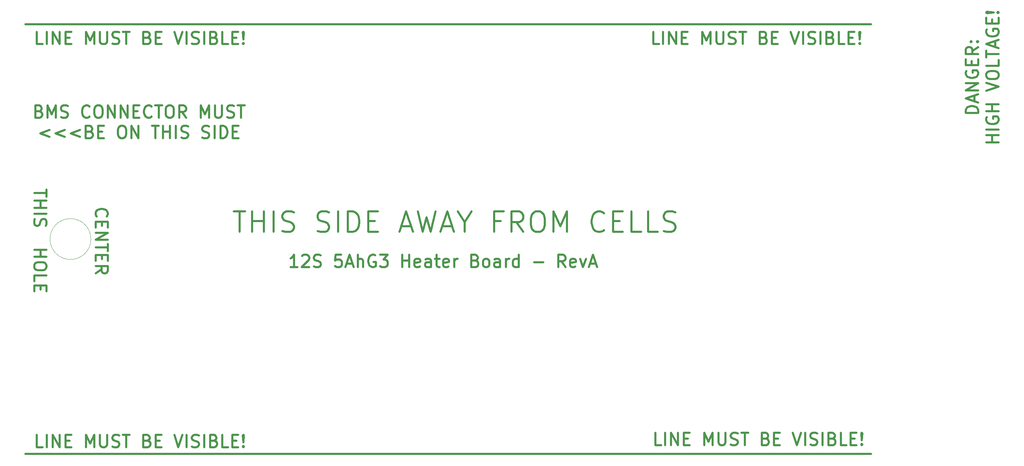
<source format=gto>
%TF.GenerationSoftware,KiCad,Pcbnew,(5.1.9-0-10_14)*%
%TF.CreationDate,2022-11-21T01:50:29-05:00*%
%TF.ProjectId,5AhG3-12S,35416847-332d-4313-9253-2e6b69636164,rev?*%
%TF.SameCoordinates,Original*%
%TF.FileFunction,Legend,Top*%
%TF.FilePolarity,Positive*%
%FSLAX46Y46*%
G04 Gerber Fmt 4.6, Leading zero omitted, Abs format (unit mm)*
G04 Created by KiCad (PCBNEW (5.1.9-0-10_14)) date 2022-11-21 01:50:29*
%MOMM*%
%LPD*%
G01*
G04 APERTURE LIST*
%ADD10C,0.500000*%
%ADD11C,0.120000*%
G04 APERTURE END LIST*
D10*
X306607142Y-105214285D02*
X303607142Y-105214285D01*
X303607142Y-104500000D01*
X303750000Y-104071428D01*
X304035714Y-103785714D01*
X304321428Y-103642857D01*
X304892857Y-103500000D01*
X305321428Y-103500000D01*
X305892857Y-103642857D01*
X306178571Y-103785714D01*
X306464285Y-104071428D01*
X306607142Y-104500000D01*
X306607142Y-105214285D01*
X305750000Y-102357142D02*
X305750000Y-100928571D01*
X306607142Y-102642857D02*
X303607142Y-101642857D01*
X306607142Y-100642857D01*
X306607142Y-99642857D02*
X303607142Y-99642857D01*
X306607142Y-97928571D01*
X303607142Y-97928571D01*
X303750000Y-94928571D02*
X303607142Y-95214285D01*
X303607142Y-95642857D01*
X303750000Y-96071428D01*
X304035714Y-96357142D01*
X304321428Y-96500000D01*
X304892857Y-96642857D01*
X305321428Y-96642857D01*
X305892857Y-96500000D01*
X306178571Y-96357142D01*
X306464285Y-96071428D01*
X306607142Y-95642857D01*
X306607142Y-95357142D01*
X306464285Y-94928571D01*
X306321428Y-94785714D01*
X305321428Y-94785714D01*
X305321428Y-95357142D01*
X305035714Y-93500000D02*
X305035714Y-92500000D01*
X306607142Y-92071428D02*
X306607142Y-93500000D01*
X303607142Y-93500000D01*
X303607142Y-92071428D01*
X306607142Y-89071428D02*
X305178571Y-90071428D01*
X306607142Y-90785714D02*
X303607142Y-90785714D01*
X303607142Y-89642857D01*
X303750000Y-89357142D01*
X303892857Y-89214285D01*
X304178571Y-89071428D01*
X304607142Y-89071428D01*
X304892857Y-89214285D01*
X305035714Y-89357142D01*
X305178571Y-89642857D01*
X305178571Y-90785714D01*
X306321428Y-87785714D02*
X306464285Y-87642857D01*
X306607142Y-87785714D01*
X306464285Y-87928571D01*
X306321428Y-87785714D01*
X306607142Y-87785714D01*
X304750000Y-87785714D02*
X304892857Y-87642857D01*
X305035714Y-87785714D01*
X304892857Y-87928571D01*
X304750000Y-87785714D01*
X305035714Y-87785714D01*
X311607142Y-112357142D02*
X308607142Y-112357142D01*
X310035714Y-112357142D02*
X310035714Y-110642857D01*
X311607142Y-110642857D02*
X308607142Y-110642857D01*
X311607142Y-109214285D02*
X308607142Y-109214285D01*
X308750000Y-106214285D02*
X308607142Y-106500000D01*
X308607142Y-106928571D01*
X308750000Y-107357142D01*
X309035714Y-107642857D01*
X309321428Y-107785714D01*
X309892857Y-107928571D01*
X310321428Y-107928571D01*
X310892857Y-107785714D01*
X311178571Y-107642857D01*
X311464285Y-107357142D01*
X311607142Y-106928571D01*
X311607142Y-106642857D01*
X311464285Y-106214285D01*
X311321428Y-106071428D01*
X310321428Y-106071428D01*
X310321428Y-106642857D01*
X311607142Y-104785714D02*
X308607142Y-104785714D01*
X310035714Y-104785714D02*
X310035714Y-103071428D01*
X311607142Y-103071428D02*
X308607142Y-103071428D01*
X308607142Y-99785714D02*
X311607142Y-98785714D01*
X308607142Y-97785714D01*
X308607142Y-96214285D02*
X308607142Y-95642857D01*
X308750000Y-95357142D01*
X309035714Y-95071428D01*
X309607142Y-94928571D01*
X310607142Y-94928571D01*
X311178571Y-95071428D01*
X311464285Y-95357142D01*
X311607142Y-95642857D01*
X311607142Y-96214285D01*
X311464285Y-96500000D01*
X311178571Y-96785714D01*
X310607142Y-96928571D01*
X309607142Y-96928571D01*
X309035714Y-96785714D01*
X308750000Y-96500000D01*
X308607142Y-96214285D01*
X311607142Y-92214285D02*
X311607142Y-93642857D01*
X308607142Y-93642857D01*
X308607142Y-91642857D02*
X308607142Y-89928571D01*
X311607142Y-90785714D02*
X308607142Y-90785714D01*
X310750000Y-89071428D02*
X310750000Y-87642857D01*
X311607142Y-89357142D02*
X308607142Y-88357142D01*
X311607142Y-87357142D01*
X308750000Y-84785714D02*
X308607142Y-85071428D01*
X308607142Y-85500000D01*
X308750000Y-85928571D01*
X309035714Y-86214285D01*
X309321428Y-86357142D01*
X309892857Y-86500000D01*
X310321428Y-86500000D01*
X310892857Y-86357142D01*
X311178571Y-86214285D01*
X311464285Y-85928571D01*
X311607142Y-85500000D01*
X311607142Y-85214285D01*
X311464285Y-84785714D01*
X311321428Y-84642857D01*
X310321428Y-84642857D01*
X310321428Y-85214285D01*
X310035714Y-83357142D02*
X310035714Y-82357142D01*
X311607142Y-81928571D02*
X311607142Y-83357142D01*
X308607142Y-83357142D01*
X308607142Y-81928571D01*
X311321428Y-80642857D02*
X311464285Y-80500000D01*
X311607142Y-80642857D01*
X311464285Y-80785714D01*
X311321428Y-80642857D01*
X311607142Y-80642857D01*
X310464285Y-80642857D02*
X308750000Y-80785714D01*
X308607142Y-80642857D01*
X308750000Y-80500000D01*
X310464285Y-80642857D01*
X308607142Y-80642857D01*
X124833333Y-129261904D02*
X127690476Y-129261904D01*
X126261904Y-134261904D02*
X126261904Y-129261904D01*
X129357142Y-134261904D02*
X129357142Y-129261904D01*
X129357142Y-131642857D02*
X132214285Y-131642857D01*
X132214285Y-134261904D02*
X132214285Y-129261904D01*
X134595238Y-134261904D02*
X134595238Y-129261904D01*
X136738095Y-134023809D02*
X137452380Y-134261904D01*
X138642857Y-134261904D01*
X139119047Y-134023809D01*
X139357142Y-133785714D01*
X139595238Y-133309523D01*
X139595238Y-132833333D01*
X139357142Y-132357142D01*
X139119047Y-132119047D01*
X138642857Y-131880952D01*
X137690476Y-131642857D01*
X137214285Y-131404761D01*
X136976190Y-131166666D01*
X136738095Y-130690476D01*
X136738095Y-130214285D01*
X136976190Y-129738095D01*
X137214285Y-129500000D01*
X137690476Y-129261904D01*
X138880952Y-129261904D01*
X139595238Y-129500000D01*
X145309523Y-134023809D02*
X146023809Y-134261904D01*
X147214285Y-134261904D01*
X147690476Y-134023809D01*
X147928571Y-133785714D01*
X148166666Y-133309523D01*
X148166666Y-132833333D01*
X147928571Y-132357142D01*
X147690476Y-132119047D01*
X147214285Y-131880952D01*
X146261904Y-131642857D01*
X145785714Y-131404761D01*
X145547619Y-131166666D01*
X145309523Y-130690476D01*
X145309523Y-130214285D01*
X145547619Y-129738095D01*
X145785714Y-129500000D01*
X146261904Y-129261904D01*
X147452380Y-129261904D01*
X148166666Y-129500000D01*
X150309523Y-134261904D02*
X150309523Y-129261904D01*
X152690476Y-134261904D02*
X152690476Y-129261904D01*
X153880952Y-129261904D01*
X154595238Y-129500000D01*
X155071428Y-129976190D01*
X155309523Y-130452380D01*
X155547619Y-131404761D01*
X155547619Y-132119047D01*
X155309523Y-133071428D01*
X155071428Y-133547619D01*
X154595238Y-134023809D01*
X153880952Y-134261904D01*
X152690476Y-134261904D01*
X157690476Y-131642857D02*
X159357142Y-131642857D01*
X160071428Y-134261904D02*
X157690476Y-134261904D01*
X157690476Y-129261904D01*
X160071428Y-129261904D01*
X165785714Y-132833333D02*
X168166666Y-132833333D01*
X165309523Y-134261904D02*
X166976190Y-129261904D01*
X168642857Y-134261904D01*
X169833333Y-129261904D02*
X171023809Y-134261904D01*
X171976190Y-130690476D01*
X172928571Y-134261904D01*
X174119047Y-129261904D01*
X175785714Y-132833333D02*
X178166666Y-132833333D01*
X175309523Y-134261904D02*
X176976190Y-129261904D01*
X178642857Y-134261904D01*
X181261904Y-131880952D02*
X181261904Y-134261904D01*
X179595238Y-129261904D02*
X181261904Y-131880952D01*
X182928571Y-129261904D01*
X190071428Y-131642857D02*
X188404761Y-131642857D01*
X188404761Y-134261904D02*
X188404761Y-129261904D01*
X190785714Y-129261904D01*
X195547619Y-134261904D02*
X193880952Y-131880952D01*
X192690476Y-134261904D02*
X192690476Y-129261904D01*
X194595238Y-129261904D01*
X195071428Y-129500000D01*
X195309523Y-129738095D01*
X195547619Y-130214285D01*
X195547619Y-130928571D01*
X195309523Y-131404761D01*
X195071428Y-131642857D01*
X194595238Y-131880952D01*
X192690476Y-131880952D01*
X198642857Y-129261904D02*
X199595238Y-129261904D01*
X200071428Y-129500000D01*
X200547619Y-129976190D01*
X200785714Y-130928571D01*
X200785714Y-132595238D01*
X200547619Y-133547619D01*
X200071428Y-134023809D01*
X199595238Y-134261904D01*
X198642857Y-134261904D01*
X198166666Y-134023809D01*
X197690476Y-133547619D01*
X197452380Y-132595238D01*
X197452380Y-130928571D01*
X197690476Y-129976190D01*
X198166666Y-129500000D01*
X198642857Y-129261904D01*
X202928571Y-134261904D02*
X202928571Y-129261904D01*
X204595238Y-132833333D01*
X206261904Y-129261904D01*
X206261904Y-134261904D01*
X215309523Y-133785714D02*
X215071428Y-134023809D01*
X214357142Y-134261904D01*
X213880952Y-134261904D01*
X213166666Y-134023809D01*
X212690476Y-133547619D01*
X212452380Y-133071428D01*
X212214285Y-132119047D01*
X212214285Y-131404761D01*
X212452380Y-130452380D01*
X212690476Y-129976190D01*
X213166666Y-129500000D01*
X213880952Y-129261904D01*
X214357142Y-129261904D01*
X215071428Y-129500000D01*
X215309523Y-129738095D01*
X217452380Y-131642857D02*
X219119047Y-131642857D01*
X219833333Y-134261904D02*
X217452380Y-134261904D01*
X217452380Y-129261904D01*
X219833333Y-129261904D01*
X224357142Y-134261904D02*
X221976190Y-134261904D01*
X221976190Y-129261904D01*
X228404761Y-134261904D02*
X226023809Y-134261904D01*
X226023809Y-129261904D01*
X229833333Y-134023809D02*
X230547619Y-134261904D01*
X231738095Y-134261904D01*
X232214285Y-134023809D01*
X232452380Y-133785714D01*
X232690476Y-133309523D01*
X232690476Y-132833333D01*
X232452380Y-132357142D01*
X232214285Y-132119047D01*
X231738095Y-131880952D01*
X230785714Y-131642857D01*
X230309523Y-131404761D01*
X230071428Y-131166666D01*
X229833333Y-130690476D01*
X229833333Y-130214285D01*
X230071428Y-129738095D01*
X230309523Y-129500000D01*
X230785714Y-129261904D01*
X231976190Y-129261904D01*
X232690476Y-129500000D01*
X140428571Y-142857142D02*
X138714285Y-142857142D01*
X139571428Y-142857142D02*
X139571428Y-139857142D01*
X139285714Y-140285714D01*
X139000000Y-140571428D01*
X138714285Y-140714285D01*
X141571428Y-140142857D02*
X141714285Y-140000000D01*
X142000000Y-139857142D01*
X142714285Y-139857142D01*
X143000000Y-140000000D01*
X143142857Y-140142857D01*
X143285714Y-140428571D01*
X143285714Y-140714285D01*
X143142857Y-141142857D01*
X141428571Y-142857142D01*
X143285714Y-142857142D01*
X144428571Y-142714285D02*
X144857142Y-142857142D01*
X145571428Y-142857142D01*
X145857142Y-142714285D01*
X146000000Y-142571428D01*
X146142857Y-142285714D01*
X146142857Y-142000000D01*
X146000000Y-141714285D01*
X145857142Y-141571428D01*
X145571428Y-141428571D01*
X145000000Y-141285714D01*
X144714285Y-141142857D01*
X144571428Y-141000000D01*
X144428571Y-140714285D01*
X144428571Y-140428571D01*
X144571428Y-140142857D01*
X144714285Y-140000000D01*
X145000000Y-139857142D01*
X145714285Y-139857142D01*
X146142857Y-140000000D01*
X151142857Y-139857142D02*
X149714285Y-139857142D01*
X149571428Y-141285714D01*
X149714285Y-141142857D01*
X150000000Y-141000000D01*
X150714285Y-141000000D01*
X151000000Y-141142857D01*
X151142857Y-141285714D01*
X151285714Y-141571428D01*
X151285714Y-142285714D01*
X151142857Y-142571428D01*
X151000000Y-142714285D01*
X150714285Y-142857142D01*
X150000000Y-142857142D01*
X149714285Y-142714285D01*
X149571428Y-142571428D01*
X152428571Y-142000000D02*
X153857142Y-142000000D01*
X152142857Y-142857142D02*
X153142857Y-139857142D01*
X154142857Y-142857142D01*
X155142857Y-142857142D02*
X155142857Y-139857142D01*
X156428571Y-142857142D02*
X156428571Y-141285714D01*
X156285714Y-141000000D01*
X156000000Y-140857142D01*
X155571428Y-140857142D01*
X155285714Y-141000000D01*
X155142857Y-141142857D01*
X159428571Y-140000000D02*
X159142857Y-139857142D01*
X158714285Y-139857142D01*
X158285714Y-140000000D01*
X158000000Y-140285714D01*
X157857142Y-140571428D01*
X157714285Y-141142857D01*
X157714285Y-141571428D01*
X157857142Y-142142857D01*
X158000000Y-142428571D01*
X158285714Y-142714285D01*
X158714285Y-142857142D01*
X159000000Y-142857142D01*
X159428571Y-142714285D01*
X159571428Y-142571428D01*
X159571428Y-141571428D01*
X159000000Y-141571428D01*
X160571428Y-139857142D02*
X162428571Y-139857142D01*
X161428571Y-141000000D01*
X161857142Y-141000000D01*
X162142857Y-141142857D01*
X162285714Y-141285714D01*
X162428571Y-141571428D01*
X162428571Y-142285714D01*
X162285714Y-142571428D01*
X162142857Y-142714285D01*
X161857142Y-142857142D01*
X161000000Y-142857142D01*
X160714285Y-142714285D01*
X160571428Y-142571428D01*
X166000000Y-142857142D02*
X166000000Y-139857142D01*
X166000000Y-141285714D02*
X167714285Y-141285714D01*
X167714285Y-142857142D02*
X167714285Y-139857142D01*
X170285714Y-142714285D02*
X170000000Y-142857142D01*
X169428571Y-142857142D01*
X169142857Y-142714285D01*
X169000000Y-142428571D01*
X169000000Y-141285714D01*
X169142857Y-141000000D01*
X169428571Y-140857142D01*
X170000000Y-140857142D01*
X170285714Y-141000000D01*
X170428571Y-141285714D01*
X170428571Y-141571428D01*
X169000000Y-141857142D01*
X173000000Y-142857142D02*
X173000000Y-141285714D01*
X172857142Y-141000000D01*
X172571428Y-140857142D01*
X172000000Y-140857142D01*
X171714285Y-141000000D01*
X173000000Y-142714285D02*
X172714285Y-142857142D01*
X172000000Y-142857142D01*
X171714285Y-142714285D01*
X171571428Y-142428571D01*
X171571428Y-142142857D01*
X171714285Y-141857142D01*
X172000000Y-141714285D01*
X172714285Y-141714285D01*
X173000000Y-141571428D01*
X174000000Y-140857142D02*
X175142857Y-140857142D01*
X174428571Y-139857142D02*
X174428571Y-142428571D01*
X174571428Y-142714285D01*
X174857142Y-142857142D01*
X175142857Y-142857142D01*
X177285714Y-142714285D02*
X177000000Y-142857142D01*
X176428571Y-142857142D01*
X176142857Y-142714285D01*
X176000000Y-142428571D01*
X176000000Y-141285714D01*
X176142857Y-141000000D01*
X176428571Y-140857142D01*
X177000000Y-140857142D01*
X177285714Y-141000000D01*
X177428571Y-141285714D01*
X177428571Y-141571428D01*
X176000000Y-141857142D01*
X178714285Y-142857142D02*
X178714285Y-140857142D01*
X178714285Y-141428571D02*
X178857142Y-141142857D01*
X179000000Y-141000000D01*
X179285714Y-140857142D01*
X179571428Y-140857142D01*
X183857142Y-141285714D02*
X184285714Y-141428571D01*
X184428571Y-141571428D01*
X184571428Y-141857142D01*
X184571428Y-142285714D01*
X184428571Y-142571428D01*
X184285714Y-142714285D01*
X184000000Y-142857142D01*
X182857142Y-142857142D01*
X182857142Y-139857142D01*
X183857142Y-139857142D01*
X184142857Y-140000000D01*
X184285714Y-140142857D01*
X184428571Y-140428571D01*
X184428571Y-140714285D01*
X184285714Y-141000000D01*
X184142857Y-141142857D01*
X183857142Y-141285714D01*
X182857142Y-141285714D01*
X186285714Y-142857142D02*
X186000000Y-142714285D01*
X185857142Y-142571428D01*
X185714285Y-142285714D01*
X185714285Y-141428571D01*
X185857142Y-141142857D01*
X186000000Y-141000000D01*
X186285714Y-140857142D01*
X186714285Y-140857142D01*
X187000000Y-141000000D01*
X187142857Y-141142857D01*
X187285714Y-141428571D01*
X187285714Y-142285714D01*
X187142857Y-142571428D01*
X187000000Y-142714285D01*
X186714285Y-142857142D01*
X186285714Y-142857142D01*
X189857142Y-142857142D02*
X189857142Y-141285714D01*
X189714285Y-141000000D01*
X189428571Y-140857142D01*
X188857142Y-140857142D01*
X188571428Y-141000000D01*
X189857142Y-142714285D02*
X189571428Y-142857142D01*
X188857142Y-142857142D01*
X188571428Y-142714285D01*
X188428571Y-142428571D01*
X188428571Y-142142857D01*
X188571428Y-141857142D01*
X188857142Y-141714285D01*
X189571428Y-141714285D01*
X189857142Y-141571428D01*
X191285714Y-142857142D02*
X191285714Y-140857142D01*
X191285714Y-141428571D02*
X191428571Y-141142857D01*
X191571428Y-141000000D01*
X191857142Y-140857142D01*
X192142857Y-140857142D01*
X194428571Y-142857142D02*
X194428571Y-139857142D01*
X194428571Y-142714285D02*
X194142857Y-142857142D01*
X193571428Y-142857142D01*
X193285714Y-142714285D01*
X193142857Y-142571428D01*
X193000000Y-142285714D01*
X193000000Y-141428571D01*
X193142857Y-141142857D01*
X193285714Y-141000000D01*
X193571428Y-140857142D01*
X194142857Y-140857142D01*
X194428571Y-141000000D01*
X198142857Y-141714285D02*
X200428571Y-141714285D01*
X205857142Y-142857142D02*
X204857142Y-141428571D01*
X204142857Y-142857142D02*
X204142857Y-139857142D01*
X205285714Y-139857142D01*
X205571428Y-140000000D01*
X205714285Y-140142857D01*
X205857142Y-140428571D01*
X205857142Y-140857142D01*
X205714285Y-141142857D01*
X205571428Y-141285714D01*
X205285714Y-141428571D01*
X204142857Y-141428571D01*
X208285714Y-142714285D02*
X208000000Y-142857142D01*
X207428571Y-142857142D01*
X207142857Y-142714285D01*
X207000000Y-142428571D01*
X207000000Y-141285714D01*
X207142857Y-141000000D01*
X207428571Y-140857142D01*
X208000000Y-140857142D01*
X208285714Y-141000000D01*
X208428571Y-141285714D01*
X208428571Y-141571428D01*
X207000000Y-141857142D01*
X209428571Y-140857142D02*
X210142857Y-142857142D01*
X210857142Y-140857142D01*
X211857142Y-142000000D02*
X213285714Y-142000000D01*
X211571428Y-142857142D02*
X212571428Y-139857142D01*
X213571428Y-142857142D01*
X77392857Y-104785714D02*
X77821428Y-104928571D01*
X77964285Y-105071428D01*
X78107142Y-105357142D01*
X78107142Y-105785714D01*
X77964285Y-106071428D01*
X77821428Y-106214285D01*
X77535714Y-106357142D01*
X76392857Y-106357142D01*
X76392857Y-103357142D01*
X77392857Y-103357142D01*
X77678571Y-103500000D01*
X77821428Y-103642857D01*
X77964285Y-103928571D01*
X77964285Y-104214285D01*
X77821428Y-104500000D01*
X77678571Y-104642857D01*
X77392857Y-104785714D01*
X76392857Y-104785714D01*
X79392857Y-106357142D02*
X79392857Y-103357142D01*
X80392857Y-105500000D01*
X81392857Y-103357142D01*
X81392857Y-106357142D01*
X82678571Y-106214285D02*
X83107142Y-106357142D01*
X83821428Y-106357142D01*
X84107142Y-106214285D01*
X84250000Y-106071428D01*
X84392857Y-105785714D01*
X84392857Y-105500000D01*
X84250000Y-105214285D01*
X84107142Y-105071428D01*
X83821428Y-104928571D01*
X83250000Y-104785714D01*
X82964285Y-104642857D01*
X82821428Y-104500000D01*
X82678571Y-104214285D01*
X82678571Y-103928571D01*
X82821428Y-103642857D01*
X82964285Y-103500000D01*
X83250000Y-103357142D01*
X83964285Y-103357142D01*
X84392857Y-103500000D01*
X89678571Y-106071428D02*
X89535714Y-106214285D01*
X89107142Y-106357142D01*
X88821428Y-106357142D01*
X88392857Y-106214285D01*
X88107142Y-105928571D01*
X87964285Y-105642857D01*
X87821428Y-105071428D01*
X87821428Y-104642857D01*
X87964285Y-104071428D01*
X88107142Y-103785714D01*
X88392857Y-103500000D01*
X88821428Y-103357142D01*
X89107142Y-103357142D01*
X89535714Y-103500000D01*
X89678571Y-103642857D01*
X91535714Y-103357142D02*
X92107142Y-103357142D01*
X92392857Y-103500000D01*
X92678571Y-103785714D01*
X92821428Y-104357142D01*
X92821428Y-105357142D01*
X92678571Y-105928571D01*
X92392857Y-106214285D01*
X92107142Y-106357142D01*
X91535714Y-106357142D01*
X91250000Y-106214285D01*
X90964285Y-105928571D01*
X90821428Y-105357142D01*
X90821428Y-104357142D01*
X90964285Y-103785714D01*
X91250000Y-103500000D01*
X91535714Y-103357142D01*
X94107142Y-106357142D02*
X94107142Y-103357142D01*
X95821428Y-106357142D01*
X95821428Y-103357142D01*
X97250000Y-106357142D02*
X97250000Y-103357142D01*
X98964285Y-106357142D01*
X98964285Y-103357142D01*
X100392857Y-104785714D02*
X101392857Y-104785714D01*
X101821428Y-106357142D02*
X100392857Y-106357142D01*
X100392857Y-103357142D01*
X101821428Y-103357142D01*
X104821428Y-106071428D02*
X104678571Y-106214285D01*
X104250000Y-106357142D01*
X103964285Y-106357142D01*
X103535714Y-106214285D01*
X103250000Y-105928571D01*
X103107142Y-105642857D01*
X102964285Y-105071428D01*
X102964285Y-104642857D01*
X103107142Y-104071428D01*
X103250000Y-103785714D01*
X103535714Y-103500000D01*
X103964285Y-103357142D01*
X104250000Y-103357142D01*
X104678571Y-103500000D01*
X104821428Y-103642857D01*
X105678571Y-103357142D02*
X107392857Y-103357142D01*
X106535714Y-106357142D02*
X106535714Y-103357142D01*
X108964285Y-103357142D02*
X109535714Y-103357142D01*
X109821428Y-103500000D01*
X110107142Y-103785714D01*
X110250000Y-104357142D01*
X110250000Y-105357142D01*
X110107142Y-105928571D01*
X109821428Y-106214285D01*
X109535714Y-106357142D01*
X108964285Y-106357142D01*
X108678571Y-106214285D01*
X108392857Y-105928571D01*
X108250000Y-105357142D01*
X108250000Y-104357142D01*
X108392857Y-103785714D01*
X108678571Y-103500000D01*
X108964285Y-103357142D01*
X113250000Y-106357142D02*
X112250000Y-104928571D01*
X111535714Y-106357142D02*
X111535714Y-103357142D01*
X112678571Y-103357142D01*
X112964285Y-103500000D01*
X113107142Y-103642857D01*
X113250000Y-103928571D01*
X113250000Y-104357142D01*
X113107142Y-104642857D01*
X112964285Y-104785714D01*
X112678571Y-104928571D01*
X111535714Y-104928571D01*
X116821428Y-106357142D02*
X116821428Y-103357142D01*
X117821428Y-105500000D01*
X118821428Y-103357142D01*
X118821428Y-106357142D01*
X120250000Y-103357142D02*
X120250000Y-105785714D01*
X120392857Y-106071428D01*
X120535714Y-106214285D01*
X120821428Y-106357142D01*
X121392857Y-106357142D01*
X121678571Y-106214285D01*
X121821428Y-106071428D01*
X121964285Y-105785714D01*
X121964285Y-103357142D01*
X123250000Y-106214285D02*
X123678571Y-106357142D01*
X124392857Y-106357142D01*
X124678571Y-106214285D01*
X124821428Y-106071428D01*
X124964285Y-105785714D01*
X124964285Y-105500000D01*
X124821428Y-105214285D01*
X124678571Y-105071428D01*
X124392857Y-104928571D01*
X123821428Y-104785714D01*
X123535714Y-104642857D01*
X123392857Y-104500000D01*
X123250000Y-104214285D01*
X123250000Y-103928571D01*
X123392857Y-103642857D01*
X123535714Y-103500000D01*
X123821428Y-103357142D01*
X124535714Y-103357142D01*
X124964285Y-103500000D01*
X125821428Y-103357142D02*
X127535714Y-103357142D01*
X126678571Y-106357142D02*
X126678571Y-103357142D01*
X79892857Y-109357142D02*
X77607142Y-110214285D01*
X79892857Y-111071428D01*
X83607142Y-109357142D02*
X81321428Y-110214285D01*
X83607142Y-111071428D01*
X87321428Y-109357142D02*
X85035714Y-110214285D01*
X87321428Y-111071428D01*
X89750000Y-109785714D02*
X90178571Y-109928571D01*
X90321428Y-110071428D01*
X90464285Y-110357142D01*
X90464285Y-110785714D01*
X90321428Y-111071428D01*
X90178571Y-111214285D01*
X89892857Y-111357142D01*
X88750000Y-111357142D01*
X88750000Y-108357142D01*
X89750000Y-108357142D01*
X90035714Y-108500000D01*
X90178571Y-108642857D01*
X90321428Y-108928571D01*
X90321428Y-109214285D01*
X90178571Y-109500000D01*
X90035714Y-109642857D01*
X89750000Y-109785714D01*
X88750000Y-109785714D01*
X91750000Y-109785714D02*
X92750000Y-109785714D01*
X93178571Y-111357142D02*
X91750000Y-111357142D01*
X91750000Y-108357142D01*
X93178571Y-108357142D01*
X97321428Y-108357142D02*
X97892857Y-108357142D01*
X98178571Y-108500000D01*
X98464285Y-108785714D01*
X98607142Y-109357142D01*
X98607142Y-110357142D01*
X98464285Y-110928571D01*
X98178571Y-111214285D01*
X97892857Y-111357142D01*
X97321428Y-111357142D01*
X97035714Y-111214285D01*
X96750000Y-110928571D01*
X96607142Y-110357142D01*
X96607142Y-109357142D01*
X96750000Y-108785714D01*
X97035714Y-108500000D01*
X97321428Y-108357142D01*
X99892857Y-111357142D02*
X99892857Y-108357142D01*
X101607142Y-111357142D01*
X101607142Y-108357142D01*
X104892857Y-108357142D02*
X106607142Y-108357142D01*
X105750000Y-111357142D02*
X105750000Y-108357142D01*
X107607142Y-111357142D02*
X107607142Y-108357142D01*
X107607142Y-109785714D02*
X109321428Y-109785714D01*
X109321428Y-111357142D02*
X109321428Y-108357142D01*
X110750000Y-111357142D02*
X110750000Y-108357142D01*
X112035714Y-111214285D02*
X112464285Y-111357142D01*
X113178571Y-111357142D01*
X113464285Y-111214285D01*
X113607142Y-111071428D01*
X113750000Y-110785714D01*
X113750000Y-110500000D01*
X113607142Y-110214285D01*
X113464285Y-110071428D01*
X113178571Y-109928571D01*
X112607142Y-109785714D01*
X112321428Y-109642857D01*
X112178571Y-109500000D01*
X112035714Y-109214285D01*
X112035714Y-108928571D01*
X112178571Y-108642857D01*
X112321428Y-108500000D01*
X112607142Y-108357142D01*
X113321428Y-108357142D01*
X113750000Y-108500000D01*
X117178571Y-111214285D02*
X117607142Y-111357142D01*
X118321428Y-111357142D01*
X118607142Y-111214285D01*
X118750000Y-111071428D01*
X118892857Y-110785714D01*
X118892857Y-110500000D01*
X118750000Y-110214285D01*
X118607142Y-110071428D01*
X118321428Y-109928571D01*
X117750000Y-109785714D01*
X117464285Y-109642857D01*
X117321428Y-109500000D01*
X117178571Y-109214285D01*
X117178571Y-108928571D01*
X117321428Y-108642857D01*
X117464285Y-108500000D01*
X117750000Y-108357142D01*
X118464285Y-108357142D01*
X118892857Y-108500000D01*
X120178571Y-111357142D02*
X120178571Y-108357142D01*
X121607142Y-111357142D02*
X121607142Y-108357142D01*
X122321428Y-108357142D01*
X122750000Y-108500000D01*
X123035714Y-108785714D01*
X123178571Y-109071428D01*
X123321428Y-109642857D01*
X123321428Y-110071428D01*
X123178571Y-110642857D01*
X123035714Y-110928571D01*
X122750000Y-111214285D01*
X122321428Y-111357142D01*
X121607142Y-111357142D01*
X124607142Y-109785714D02*
X125607142Y-109785714D01*
X126035714Y-111357142D02*
X124607142Y-111357142D01*
X124607142Y-108357142D01*
X126035714Y-108357142D01*
X78214285Y-186857142D02*
X76785714Y-186857142D01*
X76785714Y-183857142D01*
X79214285Y-186857142D02*
X79214285Y-183857142D01*
X80642857Y-186857142D02*
X80642857Y-183857142D01*
X82357142Y-186857142D01*
X82357142Y-183857142D01*
X83785714Y-185285714D02*
X84785714Y-185285714D01*
X85214285Y-186857142D02*
X83785714Y-186857142D01*
X83785714Y-183857142D01*
X85214285Y-183857142D01*
X88785714Y-186857142D02*
X88785714Y-183857142D01*
X89785714Y-186000000D01*
X90785714Y-183857142D01*
X90785714Y-186857142D01*
X92214285Y-183857142D02*
X92214285Y-186285714D01*
X92357142Y-186571428D01*
X92500000Y-186714285D01*
X92785714Y-186857142D01*
X93357142Y-186857142D01*
X93642857Y-186714285D01*
X93785714Y-186571428D01*
X93928571Y-186285714D01*
X93928571Y-183857142D01*
X95214285Y-186714285D02*
X95642857Y-186857142D01*
X96357142Y-186857142D01*
X96642857Y-186714285D01*
X96785714Y-186571428D01*
X96928571Y-186285714D01*
X96928571Y-186000000D01*
X96785714Y-185714285D01*
X96642857Y-185571428D01*
X96357142Y-185428571D01*
X95785714Y-185285714D01*
X95500000Y-185142857D01*
X95357142Y-185000000D01*
X95214285Y-184714285D01*
X95214285Y-184428571D01*
X95357142Y-184142857D01*
X95500000Y-184000000D01*
X95785714Y-183857142D01*
X96500000Y-183857142D01*
X96928571Y-184000000D01*
X97785714Y-183857142D02*
X99500000Y-183857142D01*
X98642857Y-186857142D02*
X98642857Y-183857142D01*
X103785714Y-185285714D02*
X104214285Y-185428571D01*
X104357142Y-185571428D01*
X104500000Y-185857142D01*
X104500000Y-186285714D01*
X104357142Y-186571428D01*
X104214285Y-186714285D01*
X103928571Y-186857142D01*
X102785714Y-186857142D01*
X102785714Y-183857142D01*
X103785714Y-183857142D01*
X104071428Y-184000000D01*
X104214285Y-184142857D01*
X104357142Y-184428571D01*
X104357142Y-184714285D01*
X104214285Y-185000000D01*
X104071428Y-185142857D01*
X103785714Y-185285714D01*
X102785714Y-185285714D01*
X105785714Y-185285714D02*
X106785714Y-185285714D01*
X107214285Y-186857142D02*
X105785714Y-186857142D01*
X105785714Y-183857142D01*
X107214285Y-183857142D01*
X110357142Y-183857142D02*
X111357142Y-186857142D01*
X112357142Y-183857142D01*
X113357142Y-186857142D02*
X113357142Y-183857142D01*
X114642857Y-186714285D02*
X115071428Y-186857142D01*
X115785714Y-186857142D01*
X116071428Y-186714285D01*
X116214285Y-186571428D01*
X116357142Y-186285714D01*
X116357142Y-186000000D01*
X116214285Y-185714285D01*
X116071428Y-185571428D01*
X115785714Y-185428571D01*
X115214285Y-185285714D01*
X114928571Y-185142857D01*
X114785714Y-185000000D01*
X114642857Y-184714285D01*
X114642857Y-184428571D01*
X114785714Y-184142857D01*
X114928571Y-184000000D01*
X115214285Y-183857142D01*
X115928571Y-183857142D01*
X116357142Y-184000000D01*
X117642857Y-186857142D02*
X117642857Y-183857142D01*
X120071428Y-185285714D02*
X120500000Y-185428571D01*
X120642857Y-185571428D01*
X120785714Y-185857142D01*
X120785714Y-186285714D01*
X120642857Y-186571428D01*
X120500000Y-186714285D01*
X120214285Y-186857142D01*
X119071428Y-186857142D01*
X119071428Y-183857142D01*
X120071428Y-183857142D01*
X120357142Y-184000000D01*
X120500000Y-184142857D01*
X120642857Y-184428571D01*
X120642857Y-184714285D01*
X120500000Y-185000000D01*
X120357142Y-185142857D01*
X120071428Y-185285714D01*
X119071428Y-185285714D01*
X123500000Y-186857142D02*
X122071428Y-186857142D01*
X122071428Y-183857142D01*
X124500000Y-185285714D02*
X125500000Y-185285714D01*
X125928571Y-186857142D02*
X124500000Y-186857142D01*
X124500000Y-183857142D01*
X125928571Y-183857142D01*
X127214285Y-186571428D02*
X127357142Y-186714285D01*
X127214285Y-186857142D01*
X127071428Y-186714285D01*
X127214285Y-186571428D01*
X127214285Y-186857142D01*
X127214285Y-185714285D02*
X127071428Y-184000000D01*
X127214285Y-183857142D01*
X127357142Y-184000000D01*
X127214285Y-185714285D01*
X127214285Y-183857142D01*
X229214285Y-186357142D02*
X227785714Y-186357142D01*
X227785714Y-183357142D01*
X230214285Y-186357142D02*
X230214285Y-183357142D01*
X231642857Y-186357142D02*
X231642857Y-183357142D01*
X233357142Y-186357142D01*
X233357142Y-183357142D01*
X234785714Y-184785714D02*
X235785714Y-184785714D01*
X236214285Y-186357142D02*
X234785714Y-186357142D01*
X234785714Y-183357142D01*
X236214285Y-183357142D01*
X239785714Y-186357142D02*
X239785714Y-183357142D01*
X240785714Y-185500000D01*
X241785714Y-183357142D01*
X241785714Y-186357142D01*
X243214285Y-183357142D02*
X243214285Y-185785714D01*
X243357142Y-186071428D01*
X243500000Y-186214285D01*
X243785714Y-186357142D01*
X244357142Y-186357142D01*
X244642857Y-186214285D01*
X244785714Y-186071428D01*
X244928571Y-185785714D01*
X244928571Y-183357142D01*
X246214285Y-186214285D02*
X246642857Y-186357142D01*
X247357142Y-186357142D01*
X247642857Y-186214285D01*
X247785714Y-186071428D01*
X247928571Y-185785714D01*
X247928571Y-185500000D01*
X247785714Y-185214285D01*
X247642857Y-185071428D01*
X247357142Y-184928571D01*
X246785714Y-184785714D01*
X246500000Y-184642857D01*
X246357142Y-184500000D01*
X246214285Y-184214285D01*
X246214285Y-183928571D01*
X246357142Y-183642857D01*
X246500000Y-183500000D01*
X246785714Y-183357142D01*
X247500000Y-183357142D01*
X247928571Y-183500000D01*
X248785714Y-183357142D02*
X250500000Y-183357142D01*
X249642857Y-186357142D02*
X249642857Y-183357142D01*
X254785714Y-184785714D02*
X255214285Y-184928571D01*
X255357142Y-185071428D01*
X255500000Y-185357142D01*
X255500000Y-185785714D01*
X255357142Y-186071428D01*
X255214285Y-186214285D01*
X254928571Y-186357142D01*
X253785714Y-186357142D01*
X253785714Y-183357142D01*
X254785714Y-183357142D01*
X255071428Y-183500000D01*
X255214285Y-183642857D01*
X255357142Y-183928571D01*
X255357142Y-184214285D01*
X255214285Y-184500000D01*
X255071428Y-184642857D01*
X254785714Y-184785714D01*
X253785714Y-184785714D01*
X256785714Y-184785714D02*
X257785714Y-184785714D01*
X258214285Y-186357142D02*
X256785714Y-186357142D01*
X256785714Y-183357142D01*
X258214285Y-183357142D01*
X261357142Y-183357142D02*
X262357142Y-186357142D01*
X263357142Y-183357142D01*
X264357142Y-186357142D02*
X264357142Y-183357142D01*
X265642857Y-186214285D02*
X266071428Y-186357142D01*
X266785714Y-186357142D01*
X267071428Y-186214285D01*
X267214285Y-186071428D01*
X267357142Y-185785714D01*
X267357142Y-185500000D01*
X267214285Y-185214285D01*
X267071428Y-185071428D01*
X266785714Y-184928571D01*
X266214285Y-184785714D01*
X265928571Y-184642857D01*
X265785714Y-184500000D01*
X265642857Y-184214285D01*
X265642857Y-183928571D01*
X265785714Y-183642857D01*
X265928571Y-183500000D01*
X266214285Y-183357142D01*
X266928571Y-183357142D01*
X267357142Y-183500000D01*
X268642857Y-186357142D02*
X268642857Y-183357142D01*
X271071428Y-184785714D02*
X271500000Y-184928571D01*
X271642857Y-185071428D01*
X271785714Y-185357142D01*
X271785714Y-185785714D01*
X271642857Y-186071428D01*
X271500000Y-186214285D01*
X271214285Y-186357142D01*
X270071428Y-186357142D01*
X270071428Y-183357142D01*
X271071428Y-183357142D01*
X271357142Y-183500000D01*
X271500000Y-183642857D01*
X271642857Y-183928571D01*
X271642857Y-184214285D01*
X271500000Y-184500000D01*
X271357142Y-184642857D01*
X271071428Y-184785714D01*
X270071428Y-184785714D01*
X274500000Y-186357142D02*
X273071428Y-186357142D01*
X273071428Y-183357142D01*
X275500000Y-184785714D02*
X276500000Y-184785714D01*
X276928571Y-186357142D02*
X275500000Y-186357142D01*
X275500000Y-183357142D01*
X276928571Y-183357142D01*
X278214285Y-186071428D02*
X278357142Y-186214285D01*
X278214285Y-186357142D01*
X278071428Y-186214285D01*
X278214285Y-186071428D01*
X278214285Y-186357142D01*
X278214285Y-185214285D02*
X278071428Y-183500000D01*
X278214285Y-183357142D01*
X278357142Y-183500000D01*
X278214285Y-185214285D01*
X278214285Y-183357142D01*
X228714285Y-88357142D02*
X227285714Y-88357142D01*
X227285714Y-85357142D01*
X229714285Y-88357142D02*
X229714285Y-85357142D01*
X231142857Y-88357142D02*
X231142857Y-85357142D01*
X232857142Y-88357142D01*
X232857142Y-85357142D01*
X234285714Y-86785714D02*
X235285714Y-86785714D01*
X235714285Y-88357142D02*
X234285714Y-88357142D01*
X234285714Y-85357142D01*
X235714285Y-85357142D01*
X239285714Y-88357142D02*
X239285714Y-85357142D01*
X240285714Y-87500000D01*
X241285714Y-85357142D01*
X241285714Y-88357142D01*
X242714285Y-85357142D02*
X242714285Y-87785714D01*
X242857142Y-88071428D01*
X243000000Y-88214285D01*
X243285714Y-88357142D01*
X243857142Y-88357142D01*
X244142857Y-88214285D01*
X244285714Y-88071428D01*
X244428571Y-87785714D01*
X244428571Y-85357142D01*
X245714285Y-88214285D02*
X246142857Y-88357142D01*
X246857142Y-88357142D01*
X247142857Y-88214285D01*
X247285714Y-88071428D01*
X247428571Y-87785714D01*
X247428571Y-87500000D01*
X247285714Y-87214285D01*
X247142857Y-87071428D01*
X246857142Y-86928571D01*
X246285714Y-86785714D01*
X246000000Y-86642857D01*
X245857142Y-86500000D01*
X245714285Y-86214285D01*
X245714285Y-85928571D01*
X245857142Y-85642857D01*
X246000000Y-85500000D01*
X246285714Y-85357142D01*
X247000000Y-85357142D01*
X247428571Y-85500000D01*
X248285714Y-85357142D02*
X250000000Y-85357142D01*
X249142857Y-88357142D02*
X249142857Y-85357142D01*
X254285714Y-86785714D02*
X254714285Y-86928571D01*
X254857142Y-87071428D01*
X255000000Y-87357142D01*
X255000000Y-87785714D01*
X254857142Y-88071428D01*
X254714285Y-88214285D01*
X254428571Y-88357142D01*
X253285714Y-88357142D01*
X253285714Y-85357142D01*
X254285714Y-85357142D01*
X254571428Y-85500000D01*
X254714285Y-85642857D01*
X254857142Y-85928571D01*
X254857142Y-86214285D01*
X254714285Y-86500000D01*
X254571428Y-86642857D01*
X254285714Y-86785714D01*
X253285714Y-86785714D01*
X256285714Y-86785714D02*
X257285714Y-86785714D01*
X257714285Y-88357142D02*
X256285714Y-88357142D01*
X256285714Y-85357142D01*
X257714285Y-85357142D01*
X260857142Y-85357142D02*
X261857142Y-88357142D01*
X262857142Y-85357142D01*
X263857142Y-88357142D02*
X263857142Y-85357142D01*
X265142857Y-88214285D02*
X265571428Y-88357142D01*
X266285714Y-88357142D01*
X266571428Y-88214285D01*
X266714285Y-88071428D01*
X266857142Y-87785714D01*
X266857142Y-87500000D01*
X266714285Y-87214285D01*
X266571428Y-87071428D01*
X266285714Y-86928571D01*
X265714285Y-86785714D01*
X265428571Y-86642857D01*
X265285714Y-86500000D01*
X265142857Y-86214285D01*
X265142857Y-85928571D01*
X265285714Y-85642857D01*
X265428571Y-85500000D01*
X265714285Y-85357142D01*
X266428571Y-85357142D01*
X266857142Y-85500000D01*
X268142857Y-88357142D02*
X268142857Y-85357142D01*
X270571428Y-86785714D02*
X271000000Y-86928571D01*
X271142857Y-87071428D01*
X271285714Y-87357142D01*
X271285714Y-87785714D01*
X271142857Y-88071428D01*
X271000000Y-88214285D01*
X270714285Y-88357142D01*
X269571428Y-88357142D01*
X269571428Y-85357142D01*
X270571428Y-85357142D01*
X270857142Y-85500000D01*
X271000000Y-85642857D01*
X271142857Y-85928571D01*
X271142857Y-86214285D01*
X271000000Y-86500000D01*
X270857142Y-86642857D01*
X270571428Y-86785714D01*
X269571428Y-86785714D01*
X274000000Y-88357142D02*
X272571428Y-88357142D01*
X272571428Y-85357142D01*
X275000000Y-86785714D02*
X276000000Y-86785714D01*
X276428571Y-88357142D02*
X275000000Y-88357142D01*
X275000000Y-85357142D01*
X276428571Y-85357142D01*
X277714285Y-88071428D02*
X277857142Y-88214285D01*
X277714285Y-88357142D01*
X277571428Y-88214285D01*
X277714285Y-88071428D01*
X277714285Y-88357142D01*
X277714285Y-87214285D02*
X277571428Y-85500000D01*
X277714285Y-85357142D01*
X277857142Y-85500000D01*
X277714285Y-87214285D01*
X277714285Y-85357142D01*
X78214285Y-88357142D02*
X76785714Y-88357142D01*
X76785714Y-85357142D01*
X79214285Y-88357142D02*
X79214285Y-85357142D01*
X80642857Y-88357142D02*
X80642857Y-85357142D01*
X82357142Y-88357142D01*
X82357142Y-85357142D01*
X83785714Y-86785714D02*
X84785714Y-86785714D01*
X85214285Y-88357142D02*
X83785714Y-88357142D01*
X83785714Y-85357142D01*
X85214285Y-85357142D01*
X88785714Y-88357142D02*
X88785714Y-85357142D01*
X89785714Y-87500000D01*
X90785714Y-85357142D01*
X90785714Y-88357142D01*
X92214285Y-85357142D02*
X92214285Y-87785714D01*
X92357142Y-88071428D01*
X92500000Y-88214285D01*
X92785714Y-88357142D01*
X93357142Y-88357142D01*
X93642857Y-88214285D01*
X93785714Y-88071428D01*
X93928571Y-87785714D01*
X93928571Y-85357142D01*
X95214285Y-88214285D02*
X95642857Y-88357142D01*
X96357142Y-88357142D01*
X96642857Y-88214285D01*
X96785714Y-88071428D01*
X96928571Y-87785714D01*
X96928571Y-87500000D01*
X96785714Y-87214285D01*
X96642857Y-87071428D01*
X96357142Y-86928571D01*
X95785714Y-86785714D01*
X95500000Y-86642857D01*
X95357142Y-86500000D01*
X95214285Y-86214285D01*
X95214285Y-85928571D01*
X95357142Y-85642857D01*
X95500000Y-85500000D01*
X95785714Y-85357142D01*
X96500000Y-85357142D01*
X96928571Y-85500000D01*
X97785714Y-85357142D02*
X99500000Y-85357142D01*
X98642857Y-88357142D02*
X98642857Y-85357142D01*
X103785714Y-86785714D02*
X104214285Y-86928571D01*
X104357142Y-87071428D01*
X104500000Y-87357142D01*
X104500000Y-87785714D01*
X104357142Y-88071428D01*
X104214285Y-88214285D01*
X103928571Y-88357142D01*
X102785714Y-88357142D01*
X102785714Y-85357142D01*
X103785714Y-85357142D01*
X104071428Y-85500000D01*
X104214285Y-85642857D01*
X104357142Y-85928571D01*
X104357142Y-86214285D01*
X104214285Y-86500000D01*
X104071428Y-86642857D01*
X103785714Y-86785714D01*
X102785714Y-86785714D01*
X105785714Y-86785714D02*
X106785714Y-86785714D01*
X107214285Y-88357142D02*
X105785714Y-88357142D01*
X105785714Y-85357142D01*
X107214285Y-85357142D01*
X110357142Y-85357142D02*
X111357142Y-88357142D01*
X112357142Y-85357142D01*
X113357142Y-88357142D02*
X113357142Y-85357142D01*
X114642857Y-88214285D02*
X115071428Y-88357142D01*
X115785714Y-88357142D01*
X116071428Y-88214285D01*
X116214285Y-88071428D01*
X116357142Y-87785714D01*
X116357142Y-87500000D01*
X116214285Y-87214285D01*
X116071428Y-87071428D01*
X115785714Y-86928571D01*
X115214285Y-86785714D01*
X114928571Y-86642857D01*
X114785714Y-86500000D01*
X114642857Y-86214285D01*
X114642857Y-85928571D01*
X114785714Y-85642857D01*
X114928571Y-85500000D01*
X115214285Y-85357142D01*
X115928571Y-85357142D01*
X116357142Y-85500000D01*
X117642857Y-88357142D02*
X117642857Y-85357142D01*
X120071428Y-86785714D02*
X120500000Y-86928571D01*
X120642857Y-87071428D01*
X120785714Y-87357142D01*
X120785714Y-87785714D01*
X120642857Y-88071428D01*
X120500000Y-88214285D01*
X120214285Y-88357142D01*
X119071428Y-88357142D01*
X119071428Y-85357142D01*
X120071428Y-85357142D01*
X120357142Y-85500000D01*
X120500000Y-85642857D01*
X120642857Y-85928571D01*
X120642857Y-86214285D01*
X120500000Y-86500000D01*
X120357142Y-86642857D01*
X120071428Y-86785714D01*
X119071428Y-86785714D01*
X123500000Y-88357142D02*
X122071428Y-88357142D01*
X122071428Y-85357142D01*
X124500000Y-86785714D02*
X125500000Y-86785714D01*
X125928571Y-88357142D02*
X124500000Y-88357142D01*
X124500000Y-85357142D01*
X125928571Y-85357142D01*
X127214285Y-88071428D02*
X127357142Y-88214285D01*
X127214285Y-88357142D01*
X127071428Y-88214285D01*
X127214285Y-88071428D01*
X127214285Y-88357142D01*
X127214285Y-87214285D02*
X127071428Y-85500000D01*
X127214285Y-85357142D01*
X127357142Y-85500000D01*
X127214285Y-87214285D01*
X127214285Y-85357142D01*
X280500000Y-188500000D02*
X74000000Y-188500000D01*
X74000000Y-83500000D02*
X280500000Y-83500000D01*
D11*
X90000000Y-136000000D02*
G75*
G03*
X90000000Y-136000000I-5000000J0D01*
G01*
D10*
X91428571Y-130500000D02*
X91285714Y-130357142D01*
X91142857Y-129928571D01*
X91142857Y-129642857D01*
X91285714Y-129214285D01*
X91571428Y-128928571D01*
X91857142Y-128785714D01*
X92428571Y-128642857D01*
X92857142Y-128642857D01*
X93428571Y-128785714D01*
X93714285Y-128928571D01*
X94000000Y-129214285D01*
X94142857Y-129642857D01*
X94142857Y-129928571D01*
X94000000Y-130357142D01*
X93857142Y-130500000D01*
X92714285Y-131785714D02*
X92714285Y-132785714D01*
X91142857Y-133214285D02*
X91142857Y-131785714D01*
X94142857Y-131785714D01*
X94142857Y-133214285D01*
X91142857Y-134500000D02*
X94142857Y-134500000D01*
X91142857Y-136214285D01*
X94142857Y-136214285D01*
X94142857Y-137214285D02*
X94142857Y-138928571D01*
X91142857Y-138071428D02*
X94142857Y-138071428D01*
X92714285Y-139928571D02*
X92714285Y-140928571D01*
X91142857Y-141357142D02*
X91142857Y-139928571D01*
X94142857Y-139928571D01*
X94142857Y-141357142D01*
X91142857Y-144357142D02*
X92571428Y-143357142D01*
X91142857Y-142642857D02*
X94142857Y-142642857D01*
X94142857Y-143785714D01*
X94000000Y-144071428D01*
X93857142Y-144214285D01*
X93571428Y-144357142D01*
X93142857Y-144357142D01*
X92857142Y-144214285D01*
X92714285Y-144071428D01*
X92571428Y-143785714D01*
X92571428Y-142642857D01*
X79142857Y-123928571D02*
X79142857Y-125642857D01*
X76142857Y-124785714D02*
X79142857Y-124785714D01*
X76142857Y-126642857D02*
X79142857Y-126642857D01*
X77714285Y-126642857D02*
X77714285Y-128357142D01*
X76142857Y-128357142D02*
X79142857Y-128357142D01*
X76142857Y-129785714D02*
X79142857Y-129785714D01*
X76285714Y-131071428D02*
X76142857Y-131500000D01*
X76142857Y-132214285D01*
X76285714Y-132500000D01*
X76428571Y-132642857D01*
X76714285Y-132785714D01*
X77000000Y-132785714D01*
X77285714Y-132642857D01*
X77428571Y-132500000D01*
X77571428Y-132214285D01*
X77714285Y-131642857D01*
X77857142Y-131357142D01*
X78000000Y-131214285D01*
X78285714Y-131071428D01*
X78571428Y-131071428D01*
X78857142Y-131214285D01*
X79000000Y-131357142D01*
X79142857Y-131642857D01*
X79142857Y-132357142D01*
X79000000Y-132785714D01*
X76142857Y-138642857D02*
X79142857Y-138642857D01*
X77714285Y-138642857D02*
X77714285Y-140357142D01*
X76142857Y-140357142D02*
X79142857Y-140357142D01*
X79142857Y-142357142D02*
X79142857Y-142928571D01*
X79000000Y-143214285D01*
X78714285Y-143500000D01*
X78142857Y-143642857D01*
X77142857Y-143642857D01*
X76571428Y-143500000D01*
X76285714Y-143214285D01*
X76142857Y-142928571D01*
X76142857Y-142357142D01*
X76285714Y-142071428D01*
X76571428Y-141785714D01*
X77142857Y-141642857D01*
X78142857Y-141642857D01*
X78714285Y-141785714D01*
X79000000Y-142071428D01*
X79142857Y-142357142D01*
X76142857Y-146357142D02*
X76142857Y-144928571D01*
X79142857Y-144928571D01*
X77714285Y-147357142D02*
X77714285Y-148357142D01*
X76142857Y-148785714D02*
X76142857Y-147357142D01*
X79142857Y-147357142D01*
X79142857Y-148785714D01*
M02*

</source>
